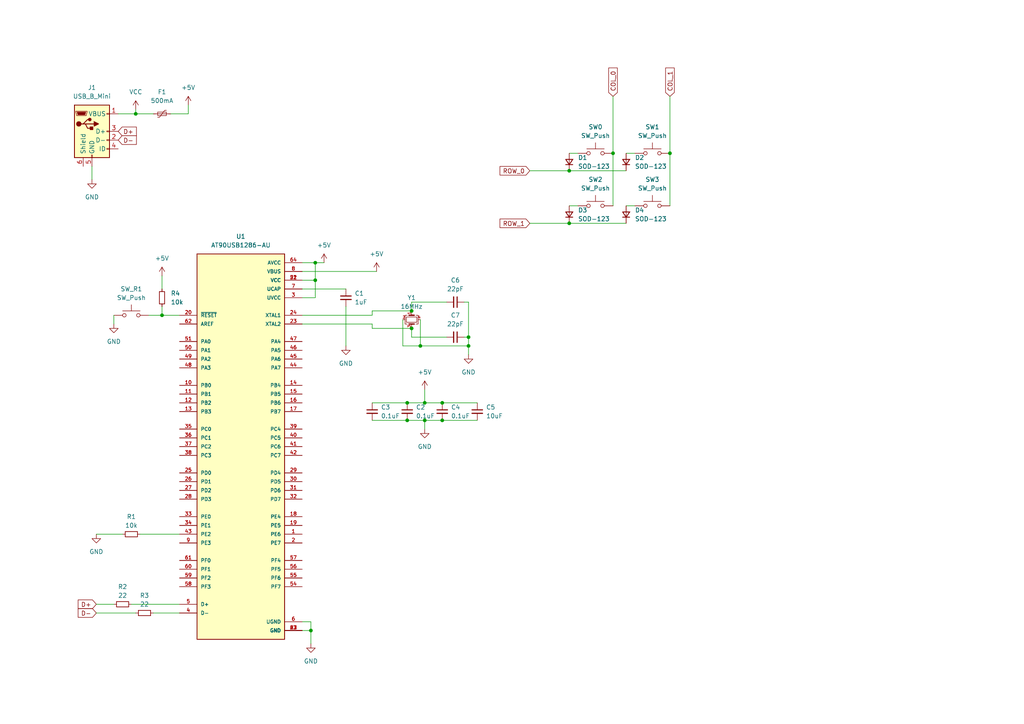
<source format=kicad_sch>
(kicad_sch (version 20230121) (generator eeschema)
  (paper "A4")
  (lib_symbols
    (symbol "Connector:USB_B_Mini" (pin_names (offset 1.016))
      (property "Reference" "J" (at -5.08 11.43 0))
      (property "Value" "USB_B_Mini" (at -5.08 8.89 0))
      (symbol "USB_B_Mini_0_1"
        (rectangle (start -5.08 -7.62) (end 5.08 7.62) (stroke (width 0.254)) (fill (type background)))
        (circle (center -3.81 2.159) (radius 0.635) (stroke (width 0.254)) (fill (type outline)))
        (circle (center -0.635 3.429) (radius 0.381) (stroke (width 0.254)) (fill (type outline)))
        (rectangle (start -0.127 -7.62) (end 0.127 -6.858))
        (polyline (pts (xy -1.905 2.159) (xy 0.635 2.159)) (stroke (width 0.254)))
        (polyline (pts (xy -3.175 2.159) (xy -2.54 2.159) (xy -1.27 3.429) (xy -0.635 3.429)) (stroke (width 0.254)))
        (polyline (pts (xy -2.54 2.159) (xy -1.905 2.159) (xy -1.27 0.889) (xy 0 0.889)) (stroke (width 0.254)))
        (polyline (pts (xy 0.635 2.794) (xy 0.635 1.524) (xy 1.905 2.159) (xy 0.635 2.794)) (stroke (width 0.254)) (fill (type outline)))
        (polyline (pts (xy -4.318 5.588) (xy -1.778 5.588) (xy -2.032 4.826) (xy -4.064 4.826) (xy -4.318 5.588)) (fill (type outline)))
        (polyline (pts (xy -4.699 5.842) (xy -4.699 5.588) (xy -4.445 4.826) (xy -4.445 4.572) (xy -1.651 4.572) (xy -1.651 4.826) (xy -1.397 5.588) (xy -1.397 5.842) (xy -4.699 5.842)))
        (rectangle (start 0.254 1.27) (end -0.508 0.508) (stroke (width 0.254)) (fill (type outline)))
        (rectangle (start 5.08 -5.207) (end 4.318 -4.953))
        (rectangle (start 5.08 -2.667) (end 4.318 -2.413))
        (rectangle (start 5.08 -0.127) (end 4.318 0.127))
        (rectangle (start 5.08 4.953) (end 4.318 5.207))
      )
      (symbol "USB_B_Mini_1_1"
        (pin power_out line (at 7.62 5.08 180) (length 2.54) (name "VBUS") (number "1"))
        (pin bidirectional line (at 7.62 -2.54 180) (length 2.54) (name "D-") (number "2"))
        (pin bidirectional line (at 7.62 0 180) (length 2.54) (name "D+") (number "3"))
        (pin passive line (at 7.62 -5.08 180) (length 2.54) (name "ID") (number "4"))
        (pin power_out line (at 0 -10.16 90) (length 2.54) (name "GND") (number "5"))
        (pin passive line (at -2.54 -10.16 90) (length 2.54) (name "Shield") (number "6"))
      )
    )
    (symbol "CustomMCU:AT90USB1286-AU" (pin_names (offset 1.016))
      (property "Reference" "U" (at -12.7 56.769 0))
      (property "Value" "AT90USB1286-AU" (at -12.7 -58.42 0))
      (symbol "AT90USB1286-AU_0_0"
        (rectangle (start -12.7 -55.88) (end 12.7 55.88) (stroke (width 0.254)) (fill (type background)))
        (pin bidirectional line (at 17.78 -25.4 180) (length 5.08) (name "PE6") (number "1"))
        (pin bidirectional line (at -17.78 17.78 0) (length 5.08) (name "PB0") (number "10"))
        (pin bidirectional line (at -17.78 15.24 0) (length 5.08) (name "PB1") (number "11"))
        (pin bidirectional line (at -17.78 12.7 0) (length 5.08) (name "PB2") (number "12"))
        (pin bidirectional line (at -17.78 10.16 0) (length 5.08) (name "PB3") (number "13"))
        (pin bidirectional line (at 17.78 17.78 180) (length 5.08) (name "PB4") (number "14"))
        (pin bidirectional line (at 17.78 15.24 180) (length 5.08) (name "PB5") (number "15"))
        (pin bidirectional line (at 17.78 12.7 180) (length 5.08) (name "PB6") (number "16"))
        (pin bidirectional line (at 17.78 10.16 180) (length 5.08) (name "PB7") (number "17"))
        (pin bidirectional line (at 17.78 -20.32 180) (length 5.08) (name "PE4") (number "18"))
        (pin bidirectional line (at 17.78 -22.86 180) (length 5.08) (name "PE5") (number "19"))
        (pin bidirectional line (at 17.78 -27.94 180) (length 5.08) (name "PE7") (number "2"))
        (pin input line (at -17.78 38.1 0) (length 5.08) (name "~{RESET}") (number "20"))
        (pin power_in line (at 17.78 48.26 180) (length 5.08) (name "VCC") (number "21"))
        (pin power_in line (at 17.78 -53.34 180) (length 5.08) (name "GND") (number "22"))
        (pin output line (at 17.78 35.56 180) (length 5.08) (name "XTAL2") (number "23"))
        (pin input line (at 17.78 38.1 180) (length 5.08) (name "XTAL1") (number "24"))
        (pin bidirectional line (at -17.78 -7.62 0) (length 5.08) (name "PD0") (number "25"))
        (pin bidirectional line (at -17.78 -10.16 0) (length 5.08) (name "PD1") (number "26"))
        (pin bidirectional line (at -17.78 -12.7 0) (length 5.08) (name "PD2") (number "27"))
        (pin bidirectional line (at -17.78 -15.24 0) (length 5.08) (name "PD3") (number "28"))
        (pin bidirectional line (at 17.78 -7.62 180) (length 5.08) (name "PD4") (number "29"))
        (pin power_in line (at 17.78 43.18 180) (length 5.08) (name "UVCC") (number "3"))
        (pin bidirectional line (at 17.78 -10.16 180) (length 5.08) (name "PD5") (number "30"))
        (pin bidirectional line (at 17.78 -12.7 180) (length 5.08) (name "PD6") (number "31"))
        (pin bidirectional line (at 17.78 -15.24 180) (length 5.08) (name "PD7") (number "32"))
        (pin bidirectional line (at -17.78 -20.32 0) (length 5.08) (name "PE0") (number "33"))
        (pin bidirectional line (at -17.78 -22.86 0) (length 5.08) (name "PE1") (number "34"))
        (pin bidirectional line (at -17.78 5.08 0) (length 5.08) (name "PC0") (number "35"))
        (pin bidirectional line (at -17.78 2.54 0) (length 5.08) (name "PC1") (number "36"))
        (pin bidirectional line (at -17.78 0 0) (length 5.08) (name "PC2") (number "37"))
        (pin bidirectional line (at -17.78 -2.54 0) (length 5.08) (name "PC3") (number "38"))
        (pin bidirectional line (at 17.78 5.08 180) (length 5.08) (name "PC4") (number "39"))
        (pin bidirectional line (at -17.78 -48.26 0) (length 5.08) (name "D-") (number "4"))
        (pin bidirectional line (at 17.78 2.54 180) (length 5.08) (name "PC5") (number "40"))
        (pin bidirectional line (at 17.78 0 180) (length 5.08) (name "PC6") (number "41"))
        (pin bidirectional line (at 17.78 -2.54 180) (length 5.08) (name "PC7") (number "42"))
        (pin bidirectional line (at -17.78 -25.4 0) (length 5.08) (name "PE2") (number "43"))
        (pin bidirectional line (at 17.78 22.86 180) (length 5.08) (name "PA7") (number "44"))
        (pin bidirectional line (at 17.78 25.4 180) (length 5.08) (name "PA6") (number "45"))
        (pin bidirectional line (at 17.78 27.94 180) (length 5.08) (name "PA5") (number "46"))
        (pin bidirectional line (at 17.78 30.48 180) (length 5.08) (name "PA4") (number "47"))
        (pin bidirectional line (at -17.78 22.86 0) (length 5.08) (name "PA3") (number "48"))
        (pin bidirectional line (at -17.78 25.4 0) (length 5.08) (name "PA2") (number "49"))
        (pin bidirectional line (at -17.78 -45.72 0) (length 5.08) (name "D+") (number "5"))
        (pin bidirectional line (at -17.78 27.94 0) (length 5.08) (name "PA1") (number "50"))
        (pin bidirectional line (at -17.78 30.48 0) (length 5.08) (name "PA0") (number "51"))
        (pin power_in line (at 17.78 48.26 180) (length 5.08) (name "VCC") (number "52"))
        (pin power_in line (at 17.78 -53.34 180) (length 5.08) (name "GND") (number "53"))
        (pin bidirectional line (at 17.78 -40.64 180) (length 5.08) (name "PF7") (number "54"))
        (pin bidirectional line (at 17.78 -38.1 180) (length 5.08) (name "PF6") (number "55"))
        (pin bidirectional line (at 17.78 -35.56 180) (length 5.08) (name "PF5") (number "56"))
        (pin bidirectional line (at 17.78 -33.02 180) (length 5.08) (name "PF4") (number "57"))
        (pin bidirectional line (at -17.78 -40.64 0) (length 5.08) (name "PF3") (number "58"))
        (pin bidirectional line (at -17.78 -38.1 0) (length 5.08) (name "PF2") (number "59"))
        (pin power_in line (at 17.78 -50.8 180) (length 5.08) (name "UGND") (number "6"))
        (pin bidirectional line (at -17.78 -35.56 0) (length 5.08) (name "PF1") (number "60"))
        (pin bidirectional line (at -17.78 -33.02 0) (length 5.08) (name "PF0") (number "61"))
        (pin input line (at -17.78 35.56 0) (length 5.08) (name "AREF") (number "62"))
        (pin power_in line (at 17.78 -53.34 180) (length 5.08) (name "GND") (number "63"))
        (pin power_in line (at 17.78 53.34 180) (length 5.08) (name "AVCC") (number "64"))
        (pin power_in line (at 17.78 45.72 180) (length 5.08) (name "UCAP") (number "7"))
        (pin power_in line (at 17.78 50.8 180) (length 5.08) (name "VBUS") (number "8"))
        (pin bidirectional line (at -17.78 -27.94 0) (length 5.08) (name "PE3") (number "9"))
      )
    )
    (symbol "Device:C_Small" (pin_numbers hide) (pin_names (offset 0.254) hide)
      (property "Reference" "C" (at 0.254 1.778 0))
      (property "Value" "C_Small" (at 0.254 -2.032 0))
      (symbol "C_Small_0_1"
        (polyline (pts (xy -1.524 -0.508) (xy 1.524 -0.508)) (stroke (width 0.3302)))
        (polyline (pts (xy -1.524 0.508) (xy 1.524 0.508)) (stroke (width 0.3048)))
      )
      (symbol "C_Small_1_1"
        (pin passive line (at 0 2.54 270) (length 2.032) (name "~") (number "1"))
        (pin passive line (at 0 -2.54 90) (length 2.032) (name "~") (number "2"))
      )
    )
    (symbol "Device:Crystal_GND24_Small" (pin_names (offset 1.016) hide)
      (property "Reference" "Y" (at 1.27 4.445 0))
      (property "Value" "Crystal_GND24_Small" (at 1.27 2.54 0))
      (symbol "Crystal_GND24_Small_0_1"
        (rectangle (start -0.762 -1.524) (end 0.762 1.524))
        (polyline (pts (xy -1.27 -0.762) (xy -1.27 0.762)) (stroke (width 0.381)))
        (polyline (pts (xy 1.27 -0.762) (xy 1.27 0.762)) (stroke (width 0.381)))
        (polyline (pts (xy -1.27 -1.27) (xy -1.27 -1.905) (xy 1.27 -1.905) (xy 1.27 -1.27)))
        (polyline (pts (xy -1.27 1.27) (xy -1.27 1.905) (xy 1.27 1.905) (xy 1.27 1.27)))
      )
      (symbol "Crystal_GND24_Small_1_1"
        (pin passive line (at -2.54 0 0) (length 1.27) (name "1") (number "1"))
        (pin passive line (at 0 -2.54 90) (length 0.635) (name "2") (number "2"))
        (pin passive line (at 2.54 0 180) (length 1.27) (name "3") (number "3"))
        (pin passive line (at 0 2.54 270) (length 0.635) (name "4") (number "4"))
      )
    )
    (symbol "Device:D_Small" (pin_numbers hide) (pin_names (offset 0.254) hide)
      (property "Reference" "D" (at -1.27 2.032 0))
      (property "Value" "D_Small" (at -3.81 -2.032 0))
      (symbol "D_Small_0_1"
        (polyline (pts (xy -0.762 -1.016) (xy -0.762 1.016)) (stroke (width 0.254)))
        (polyline (pts (xy -0.762 0) (xy 0.762 0)))
        (polyline (pts (xy 0.762 -1.016) (xy -0.762 0) (xy 0.762 1.016) (xy 0.762 -1.016)) (stroke (width 0.254)))
      )
      (symbol "D_Small_1_1"
        (pin passive line (at -2.54 0 0) (length 1.778) (name "K") (number "1"))
        (pin passive line (at 2.54 0 180) (length 1.778) (name "A") (number "2"))
      )
    )
    (symbol "Device:Polyfuse_Small" (pin_numbers hide) (pin_names (offset 0))
      (property "Reference" "F" (at -1.905 0 90))
      (property "Value" "Polyfuse_Small" (at 1.905 0 90))
      (symbol "Polyfuse_Small_0_1"
        (rectangle (start -0.508 1.27) (end 0.508 -1.27))
        (polyline (pts (xy 0 2.54) (xy 0 -2.54)))
        (polyline (pts (xy -1.016 1.27) (xy -1.016 0.762) (xy 1.016 -0.762) (xy 1.016 -1.27)))
      )
      (symbol "Polyfuse_Small_1_1"
        (pin passive line (at 0 2.54 270) (length 0.635) (name "~") (number "1"))
        (pin passive line (at 0 -2.54 90) (length 0.635) (name "~") (number "2"))
      )
    )
    (symbol "Device:R_Small" (pin_numbers hide) (pin_names (offset 0.254) hide)
      (property "Reference" "R" (at 0.762 0.508 0))
      (property "Value" "R_Small" (at 0.762 -1.016 0))
      (symbol "R_Small_0_1"
        (rectangle (start -0.762 1.778) (end 0.762 -1.778) (stroke (width 0.2032)))
      )
      (symbol "R_Small_1_1"
        (pin passive line (at 0 2.54 270) (length 0.762) (name "~") (number "1"))
        (pin passive line (at 0 -2.54 90) (length 0.762) (name "~") (number "2"))
      )
    )
    (symbol "Switch:SW_Push" (pin_numbers hide) (pin_names (offset 1.016) hide)
      (property "Reference" "SW" (at 1.27 2.54 0))
      (property "Value" "SW_Push" (at 0 -1.524 0))
      (symbol "SW_Push_0_1"
        (circle (center -2.032 0) (radius 0.508))
        (polyline (pts (xy 0 1.27) (xy 0 3.048)))
        (polyline (pts (xy 2.54 1.27) (xy -2.54 1.27)))
        (circle (center 2.032 0) (radius 0.508))
        (pin passive line (at -5.08 0 0) (length 2.54) (name "1") (number "1"))
        (pin passive line (at 5.08 0 180) (length 2.54) (name "2") (number "2"))
      )
    )
    (symbol "power:+5V" (power) (pin_names (offset 0))
      (property "Value" "+5V" (at 0 3.556 0))
      (symbol "+5V_0_1"
        (polyline (pts (xy -0.762 1.27) (xy 0 2.54)))
        (polyline (pts (xy 0 0) (xy 0 2.54)))
        (polyline (pts (xy 0 2.54) (xy 0.762 1.27)))
      )
      (symbol "+5V_1_1"
        (pin power_in line (at 0 0 90) (length 0) hide (name "+5V") (number "1"))
      )
    )
    (symbol "power:GND" (power) (pin_names (offset 0))
      (property "Value" "GND" (at 0 -3.81 0))
      (symbol "GND_0_1"
        (polyline (pts (xy 0 0) (xy 0 -1.27) (xy 1.27 -1.27) (xy 0 -2.54) (xy -1.27 -1.27) (xy 0 -1.27)))
      )
      (symbol "GND_1_1"
        (pin power_in line (at 0 0 270) (length 0) hide (name "GND") (number "1"))
      )
    )
    (symbol "power:VCC" (power) (pin_names (offset 0))
      (property "Value" "VCC" (at 0 3.81 0))
      (symbol "VCC_0_1"
        (polyline (pts (xy -0.762 1.27) (xy 0 2.54)))
        (polyline (pts (xy 0 0) (xy 0 2.54)))
        (polyline (pts (xy 0 2.54) (xy 0.762 1.27)))
      )
      (symbol "VCC_1_1"
        (pin power_in line (at 0 0 90) (length 0) hide (name "VCC") (number "1"))
      )
    )
  )
  (junction (at 128.27 116.84))
  (junction (at 123.19 116.84))
  (junction (at 128.27 121.92))
  (junction (at 39.37 33.02))
  (junction (at 91.44 76.2))
  (junction (at 91.44 81.28))
  (junction (at 194.31 44.45))
  (junction (at 177.8 44.45))
  (junction (at 46.99 91.44))
  (junction (at 118.11 116.84))
  (junction (at 165.1 49.53))
  (junction (at 121.92 100.33))
  (junction (at 119.38 95.25))
  (junction (at 123.19 121.92))
  (junction (at 165.1 64.77))
  (junction (at 119.38 90.17))
  (junction (at 135.89 97.79))
  (junction (at 118.11 121.92))
  (junction (at 90.17 182.88))
  (junction (at 135.89 100.33))
  (wire (pts (xy 46.99 88.9) (xy 46.99 91.44)))
  (wire (pts (xy 100.33 88.9) (xy 100.33 100.33)))
  (wire (pts (xy 129.54 87.63) (xy 119.38 87.63)))
  (wire (pts (xy 87.63 93.98) (xy 107.95 93.98)))
  (wire (pts (xy 43.18 91.44) (xy 46.99 91.44)))
  (wire (pts (xy 49.53 33.02) (xy 54.61 33.02)))
  (wire (pts (xy 27.94 177.8) (xy 39.37 177.8)))
  (wire (pts (xy 165.1 44.45) (xy 167.64 44.45)))
  (wire (pts (xy 34.29 33.02) (xy 39.37 33.02)))
  (wire (pts (xy 123.19 116.84) (xy 128.27 116.84)))
  (wire (pts (xy 181.61 44.45) (xy 184.15 44.45)))
  (wire (pts (xy 165.1 49.53) (xy 181.61 49.53)))
  (wire (pts (xy 121.92 100.33) (xy 135.89 100.33)))
  (wire (pts (xy 87.63 76.2) (xy 91.44 76.2)))
  (wire (pts (xy 134.62 87.63) (xy 135.89 87.63)))
  (wire (pts (xy 123.19 113.03) (xy 123.19 116.84)))
  (wire (pts (xy 87.63 78.74) (xy 109.22 78.74)))
  (wire (pts (xy 153.67 49.53) (xy 165.1 49.53)))
  (wire (pts (xy 123.19 121.92) (xy 128.27 121.92)))
  (wire (pts (xy 123.19 121.92) (xy 123.19 124.46)))
  (wire (pts (xy 90.17 186.69) (xy 90.17 182.88)))
  (wire (pts (xy 128.27 116.84) (xy 138.43 116.84)))
  (wire (pts (xy 39.37 31.75) (xy 39.37 33.02)))
  (wire (pts (xy 135.89 102.87) (xy 135.89 100.33)))
  (wire (pts (xy 93.98 76.2) (xy 91.44 76.2)))
  (wire (pts (xy 135.89 97.79) (xy 135.89 100.33)))
  (wire (pts (xy 27.94 154.94) (xy 35.56 154.94)))
  (wire (pts (xy 134.62 97.79) (xy 135.89 97.79)))
  (wire (pts (xy 165.1 64.77) (xy 181.61 64.77)))
  (wire (pts (xy 27.94 175.26) (xy 33.02 175.26)))
  (wire (pts (xy 40.64 154.94) (xy 52.07 154.94)))
  (wire (pts (xy 107.95 91.44) (xy 107.95 90.17)))
  (wire (pts (xy 194.31 44.45) (xy 194.31 59.69)))
  (wire (pts (xy 194.31 27.94) (xy 194.31 44.45)))
  (wire (pts (xy 87.63 91.44) (xy 107.95 91.44)))
  (wire (pts (xy 33.02 91.44) (xy 33.02 93.98)))
  (wire (pts (xy 177.8 44.45) (xy 177.8 59.69)))
  (wire (pts (xy 119.38 87.63) (xy 119.38 90.17)))
  (wire (pts (xy 90.17 180.34) (xy 90.17 182.88)))
  (wire (pts (xy 181.61 59.69) (xy 184.15 59.69)))
  (wire (pts (xy 118.11 121.92) (xy 123.19 121.92)))
  (wire (pts (xy 87.63 83.82) (xy 100.33 83.82)))
  (wire (pts (xy 177.8 27.94) (xy 177.8 44.45)))
  (wire (pts (xy 87.63 182.88) (xy 90.17 182.88)))
  (wire (pts (xy 87.63 86.36) (xy 91.44 86.36)))
  (wire (pts (xy 87.63 81.28) (xy 91.44 81.28)))
  (wire (pts (xy 91.44 81.28) (xy 91.44 86.36)))
  (wire (pts (xy 46.99 80.01) (xy 46.99 83.82)))
  (wire (pts (xy 153.67 64.77) (xy 165.1 64.77)))
  (wire (pts (xy 119.38 97.79) (xy 119.38 95.25)))
  (wire (pts (xy 46.99 91.44) (xy 52.07 91.44)))
  (wire (pts (xy 91.44 76.2) (xy 91.44 81.28)))
  (wire (pts (xy 44.45 177.8) (xy 52.07 177.8)))
  (wire (pts (xy 39.37 33.02) (xy 44.45 33.02)))
  (wire (pts (xy 107.95 95.25) (xy 119.38 95.25)))
  (wire (pts (xy 38.1 175.26) (xy 52.07 175.26)))
  (wire (pts (xy 87.63 180.34) (xy 90.17 180.34)))
  (wire (pts (xy 135.89 87.63) (xy 135.89 97.79)))
  (wire (pts (xy 107.95 93.98) (xy 107.95 95.25)))
  (wire (pts (xy 26.67 48.26) (xy 26.67 52.07)))
  (wire (pts (xy 128.27 121.92) (xy 138.43 121.92)))
  (wire (pts (xy 107.95 90.17) (xy 119.38 90.17)))
  (wire (pts (xy 165.1 59.69) (xy 167.64 59.69)))
  (wire (pts (xy 129.54 97.79) (xy 119.38 97.79)))
  (wire (pts (xy 116.84 100.33) (xy 121.92 100.33)))
  (wire (pts (xy 121.92 92.71) (xy 121.92 100.33)))
  (wire (pts (xy 107.95 116.84) (xy 118.11 116.84)))
  (wire (pts (xy 54.61 30.48) (xy 54.61 33.02)))
  (wire (pts (xy 118.11 116.84) (xy 123.19 116.84)))
  (wire (pts (xy 116.84 92.71) (xy 116.84 100.33)))
  (wire (pts (xy 107.95 121.92) (xy 118.11 121.92)))
  (global_label "ROW_0" (shape input) (at 153.67 49.53 180) (property "Intersheetrefs" "${INTERSHEET_REFS}" (effects hide)))
  (global_label "ROW_1" (shape input) (at 153.67 64.77 180) (property "Intersheetrefs" "${INTERSHEET_REFS}" (effects hide)))
  (global_label "D-" (shape input) (at 34.29 40.64 0) (property "Intersheetrefs" "${INTERSHEET_REFS}" (effects hide)))
  (global_label "D-" (shape input) (at 27.94 177.8 180) (property "Intersheetrefs" "${INTERSHEET_REFS}" (effects hide)))
  (global_label "D+" (shape input) (at 27.94 175.26 180) (property "Intersheetrefs" "${INTERSHEET_REFS}" (effects hide)))
  (global_label "COL_1" (shape input) (at 194.31 27.94 90) (property "Intersheetrefs" "${INTERSHEET_REFS}" (effects hide)))
  (global_label "COL_0" (shape input) (at 177.8 27.94 90) (property "Intersheetrefs" "${INTERSHEET_REFS}" (effects hide)))
  (global_label "D+" (shape input) (at 34.29 38.1 0) (property "Intersheetrefs" "${INTERSHEET_REFS}" (effects hide)))
  (symbol (lib_id "power:GND") (at 26.67 52.07 0) (unit 1)
    (property "Reference" "#PWR013" (effects hide))
    (property "Value" "GND" (at 26.67 57.15 0))
  )
  (symbol (lib_id "Device:C_Small") (at 100.33 86.36 0) (unit 1)
    (property "Reference" "C1" (at 102.87 85.0963 0) (effects (justify left)))
    (property "Value" "1uF" (at 102.87 87.6363 0) (effects (justify left)))
    (property "Footprint" "Capacitor_SMD:C_0805_2012Metric" (effects hide))
  )
  (symbol (lib_id "Device:R_Small") (at 41.91 177.8 270) (unit 1)
    (property "Reference" "R3" (at 41.91 172.72 90))
    (property "Value" "22" (at 41.91 175.26 90))
    (property "Footprint" "Resistor_SMD:R_0805_2012Metric" (effects hide))
  )
  (symbol (lib_id "Device:D_Small") (at 165.1 46.99 90) (unit 1)
    (property "Reference" "D1" (at 167.64 45.72 90) (effects (justify right)))
    (property "Value" "SOD-123" (at 167.64 48.26 90) (effects (justify right)))
    (property "Footprint" "Diode_SMD:D_SOD-123" (effects hide))
    (property "Sim.Device" "D" (effects hide))
    (property "Sim.Pins" "1=K 2=A" (effects hide))
  )
  (symbol (lib_id "power:+5V") (at 93.98 76.2 0) (unit 1)
    (property "Reference" "#PWR01" (effects hide))
    (property "Value" "+5V" (at 93.98 71.12 0))
  )
  (symbol (lib_id "Device:R_Small") (at 38.1 154.94 270) (unit 1)
    (property "Reference" "R1" (at 38.1 149.86 90))
    (property "Value" "10k" (at 38.1 152.4 90))
    (property "Footprint" "Resistor_SMD:R_0805_2012Metric" (effects hide))
  )
  (symbol (lib_id "Switch:SW_Push") (at 172.72 44.45 0) (unit 1)
    (property "Reference" "SW0" (at 172.72 36.83 0))
    (property "Value" "SW_Push" (at 172.72 39.37 0))
    (property "Footprint" "Button_Switch_Keyboard:SW_Cherry_MX_1.00u_PCB" (effects hide))
  )
  (symbol (lib_id "Device:C_Small") (at 138.43 119.38 0) (unit 1)
    (property "Reference" "C5" (at 140.97 118.1163 0) (effects (justify left)))
    (property "Value" "10uF" (at 140.97 120.6563 0) (effects (justify left)))
    (property "Footprint" "Capacitor_SMD:C_0805_2012Metric" (effects hide))
  )
  (symbol (lib_id "Device:C_Small") (at 132.08 87.63 270) (unit 1)
    (property "Reference" "C6" (at 132.0736 81.28 90))
    (property "Value" "22pF" (at 132.0736 83.82 90))
    (property "Footprint" "Capacitor_SMD:C_0805_2012Metric" (effects hide))
  )
  (symbol (lib_id "Device:D_Small") (at 181.61 46.99 90) (unit 1)
    (property "Reference" "D2" (at 184.15 45.72 90) (effects (justify right)))
    (property "Value" "SOD-123" (at 184.15 48.26 90) (effects (justify right)))
    (property "Footprint" "Diode_SMD:D_SOD-123" (effects hide))
    (property "Sim.Device" "D" (effects hide))
    (property "Sim.Pins" "1=K 2=A" (effects hide))
  )
  (symbol (lib_id "Switch:SW_Push") (at 172.72 59.69 0) (unit 1)
    (property "Reference" "SW2" (at 172.72 52.07 0))
    (property "Value" "SW_Push" (at 172.72 54.61 0))
    (property "Footprint" "Button_Switch_Keyboard:SW_Cherry_MX_1.00u_PCB" (effects hide))
  )
  (symbol (lib_id "Switch:SW_Push") (at 38.1 91.44 0) (unit 1)
    (property "Reference" "SW_R1" (at 38.1 83.82 0))
    (property "Value" "SW_Push" (at 38.1 86.36 0))
    (property "Footprint" "Button_Switch_THT:SW_PUSH_6mm" (effects hide))
  )
  (symbol (lib_id "power:GND") (at 90.17 186.69 0) (unit 1)
    (property "Reference" "#PWR02" (effects hide))
    (property "Value" "GND" (at 90.17 191.77 0))
  )
  (symbol (lib_id "power:GND") (at 100.33 100.33 0) (unit 1)
    (property "Reference" "#PWR04" (effects hide))
    (property "Value" "GND" (at 100.33 105.41 0))
  )
  (symbol (lib_id "power:GND") (at 123.19 124.46 0) (unit 1)
    (property "Reference" "#PWR05" (effects hide))
    (property "Value" "GND" (at 123.19 129.54 0))
  )
  (symbol (lib_id "power:+5V") (at 46.99 80.01 0) (unit 1)
    (property "Reference" "#PWR09" (effects hide))
    (property "Value" "+5V" (at 46.99 74.93 0))
  )
  (symbol (lib_id "Device:D_Small") (at 165.1 62.23 90) (unit 1)
    (property "Reference" "D3" (at 167.64 60.96 90) (effects (justify right)))
    (property "Value" "SOD-123" (at 167.64 63.5 90) (effects (justify right)))
    (property "Footprint" "Diode_SMD:D_SOD-123" (effects hide))
    (property "Sim.Device" "D" (effects hide))
    (property "Sim.Pins" "1=K 2=A" (effects hide))
  )
  (symbol (lib_id "Connector:USB_B_Mini") (at 26.67 38.1 0) (unit 1)
    (property "Reference" "J1" (at 26.67 25.4 0))
    (property "Value" "USB_B_Mini" (at 26.67 27.94 0))
    (property "Footprint" "Connector_USB:USB3_A_Molex_48393-001" (effects hide))
  )
  (symbol (lib_id "power:GND") (at 27.94 154.94 0) (unit 1)
    (property "Reference" "#PWR03" (effects hide))
    (property "Value" "GND" (at 27.94 160.02 0))
  )
  (symbol (lib_id "Device:R_Small") (at 35.56 175.26 270) (unit 1)
    (property "Reference" "R2" (at 35.56 170.18 90))
    (property "Value" "22" (at 35.56 172.72 90))
    (property "Footprint" "Resistor_SMD:R_0805_2012Metric" (effects hide))
  )
  (symbol (lib_id "power:VCC") (at 39.37 31.75 0) (unit 1)
    (property "Reference" "#PWR012" (effects hide))
    (property "Value" "VCC" (at 39.37 26.67 0))
  )
  (symbol (lib_id "Device:R_Small") (at 46.99 86.36 180) (unit 1)
    (property "Reference" "R4" (at 49.53 85.09 0) (effects (justify right)))
    (property "Value" "10k" (at 49.53 87.63 0) (effects (justify right)))
    (property "Footprint" "Resistor_SMD:R_0805_2012Metric" (effects hide))
  )
  (symbol (lib_id "CustomMCU:AT90USB1286-AU") (at 69.85 129.54 0) (unit 1)
    (property "Reference" "U1" (at 69.85 68.58 0))
    (property "Value" "AT90USB1286-AU" (at 69.85 71.12 0))
    (property "Footprint" "CustomMCUs:AT90USB1286-AU" (effects hide))
    (property "MANUFACTURER" "AT90USB1286-AU" (effects hide))
  )
  (symbol (lib_id "Device:Crystal_GND24_Small") (at 119.38 92.71 270) (unit 1)
    (property "Reference" "Y1" (at 119.38 86.36 90))
    (property "Value" "16MHz" (at 119.38 88.9 90))
    (property "Footprint" "Crystal:Crystal_SMD_3225-4Pin_3.2x2.5mm" (effects hide))
  )
  (symbol (lib_id "Device:C_Small") (at 128.27 119.38 0) (unit 1)
    (property "Reference" "C4" (at 130.81 118.1163 0) (effects (justify left)))
    (property "Value" "0.1uF" (at 130.81 120.6563 0) (effects (justify left)))
    (property "Footprint" "Capacitor_SMD:C_0805_2012Metric" (effects hide))
  )
  (symbol (lib_id "Switch:SW_Push") (at 189.23 59.69 0) (unit 1)
    (property "Reference" "SW3" (at 189.23 52.07 0))
    (property "Value" "SW_Push" (at 189.23 54.61 0))
    (property "Footprint" "Button_Switch_Keyboard:SW_Cherry_MX_1.00u_PCB" (effects hide))
  )
  (symbol (lib_id "power:+5V") (at 123.19 113.03 0) (unit 1)
    (property "Reference" "#PWR06" (effects hide))
    (property "Value" "+5V" (at 123.19 107.95 0))
  )
  (symbol (lib_id "Switch:SW_Push") (at 189.23 44.45 0) (unit 1)
    (property "Reference" "SW1" (at 189.23 36.83 0))
    (property "Value" "SW_Push" (at 189.23 39.37 0))
    (property "Footprint" "Button_Switch_Keyboard:SW_Cherry_MX_1.00u_PCB" (effects hide))
  )
  (symbol (lib_id "power:+5V") (at 54.61 30.48 0) (unit 1)
    (property "Reference" "#PWR011" (effects hide))
    (property "Value" "+5V" (at 54.61 25.4 0))
  )
  (symbol (lib_id "power:+5V") (at 109.22 78.74 0) (unit 1)
    (property "Reference" "#PWR07" (effects hide))
    (property "Value" "+5V" (at 109.22 73.66 0))
  )
  (symbol (lib_id "Device:D_Small") (at 181.61 62.23 90) (unit 1)
    (property "Reference" "D4" (at 184.15 60.96 90) (effects (justify right)))
    (property "Value" "SOD-123" (at 184.15 63.5 90) (effects (justify right)))
    (property "Footprint" "Diode_SMD:D_SOD-123" (effects hide))
    (property "Sim.Device" "D" (effects hide))
    (property "Sim.Pins" "1=K 2=A" (effects hide))
  )
  (symbol (lib_id "Device:C_Small") (at 107.95 119.38 0) (unit 1)
    (property "Reference" "C3" (at 110.49 118.1163 0) (effects (justify left)))
    (property "Value" "0.1uF" (at 110.49 120.6563 0) (effects (justify left)))
    (property "Footprint" "Capacitor_SMD:C_0805_2012Metric" (effects hide))
  )
  (symbol (lib_id "Device:Polyfuse_Small") (at 46.99 33.02 270) (unit 1)
    (property "Reference" "F1" (at 46.99 26.67 90))
    (property "Value" "500mA" (at 46.99 29.21 90))
    (property "Footprint" "Fuse:Fuse_1206_3216Metric" (effects hide))
  )
  (symbol (lib_id "power:GND") (at 135.89 102.87 0) (unit 1)
    (property "Reference" "#PWR08" (effects hide))
    (property "Value" "GND" (at 135.89 107.95 0))
  )
  (symbol (lib_id "Device:C_Small") (at 132.08 97.79 270) (unit 1)
    (property "Reference" "C7" (at 132.0736 91.44 90))
    (property "Value" "22pF" (at 132.0736 93.98 90))
    (property "Footprint" "Capacitor_SMD:C_0805_2012Metric" (effects hide))
  )
  (symbol (lib_id "power:GND") (at 33.02 93.98 0) (unit 1)
    (property "Reference" "#PWR010" (effects hide))
    (property "Value" "GND" (at 33.02 99.06 0))
  )
  (symbol (lib_id "Device:C_Small") (at 118.11 119.38 0) (unit 1)
    (property "Reference" "C2" (at 120.65 118.1163 0) (effects (justify left)))
    (property "Value" "0.1uF" (at 120.65 120.6563 0) (effects (justify left)))
    (property "Footprint" "Capacitor_SMD:C_0805_2012Metric" (effects hide))
  )
)
</source>
